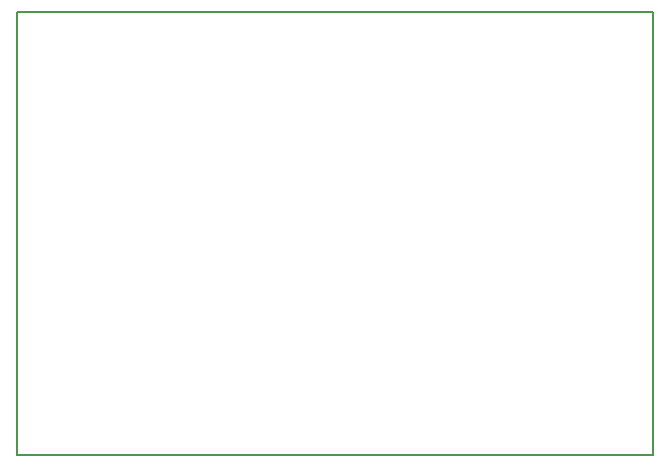
<source format=gm1>
G04 MADE WITH FRITZING*
G04 WWW.FRITZING.ORG*
G04 DOUBLE SIDED*
G04 HOLES PLATED*
G04 CONTOUR ON CENTER OF CONTOUR VECTOR*
%ASAXBY*%
%FSLAX23Y23*%
%MOIN*%
%OFA0B0*%
%SFA1.0B1.0*%
%ADD10R,2.126280X1.482720*%
%ADD11C,0.008000*%
%ADD10C,0.008*%
%LNCONTOUR*%
G90*
G70*
G54D10*
G54D11*
X4Y1479D02*
X2122Y1479D01*
X2122Y4D01*
X4Y4D01*
X4Y1479D01*
D02*
G04 End of contour*
M02*
</source>
